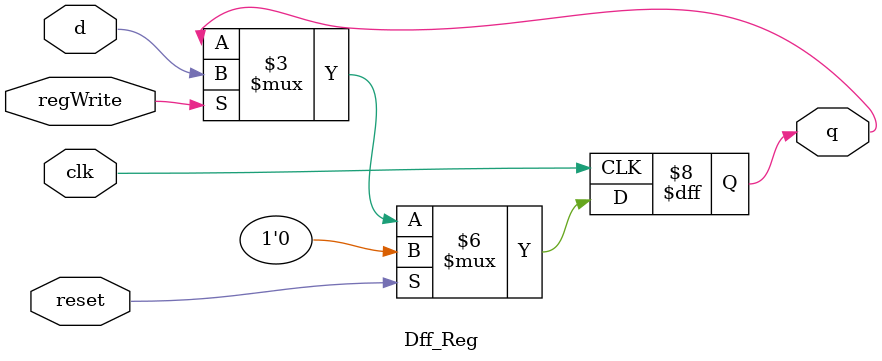
<source format=v>



module Dff_Reg(input clk, input reset, input regWrite, input d, output reg q);
    
    //WRITE YOUR CODE HERE, NO NEED TO DEFINE NEW VARIABLES
    /*always @(posedge clk)
        if (reset == 1'b0)
            if (regWrite == 1'b1)
                q <= d;

    always @(reset)
        if (reset == 1'b1)
            q <= 0;*/
            
    always @ (posedge clk)
    begin   
        if (reset)
            q<=0;
        else if (regWrite == 1'b1)
            q<=d;
    end
endmodule

	 

</source>
